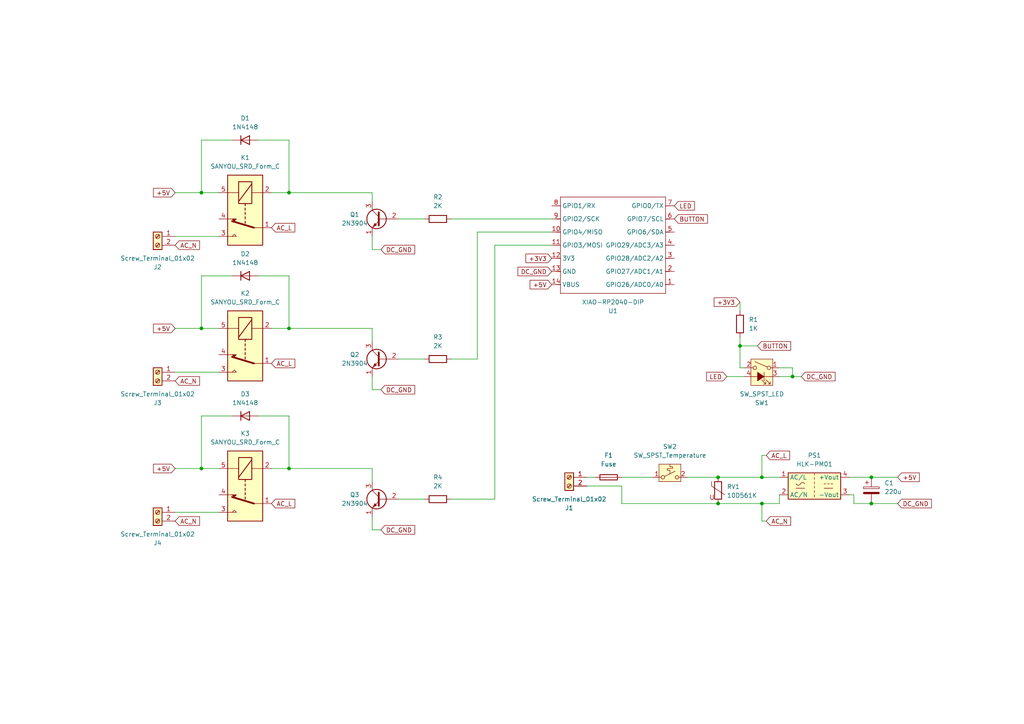
<source format=kicad_sch>
(kicad_sch (version 20250114) (generator "eeschema") (generator_version "9.0")
  (paper "A4")
  (title_block (title "pseq") (date "2025-10-02") (rev "A"))
  (lib_symbols
    (symbol "Connector:Screw_Terminal_01x02" (pin_names (offset 1.016) (hide yes))
      (property "Reference" "J" (at 0 2.54 0))
      (property "Value" "Screw_Terminal_01x02" (at 0 -5.08 0))
      (symbol "Screw_Terminal_01x02_1_1"
        (rectangle (start -1.27 1.27) (end 1.27 -3.81) (stroke (width 0.254)) (fill (type background)))
        (polyline (pts (xy -0.5334 0.3302) (xy 0.3302 -0.508)) (stroke (width 0.1524)))
        (polyline (pts (xy -0.5334 -2.2098) (xy 0.3302 -3.048)) (stroke (width 0.1524)))
        (polyline (pts (xy -0.3556 0.508) (xy 0.508 -0.3302)) (stroke (width 0.1524)))
        (polyline (pts (xy -0.3556 -2.032) (xy 0.508 -2.8702)) (stroke (width 0.1524)))
        (circle (center 0 0) (radius 0.635) (stroke (width 0.1524)))
        (circle (center 0 -2.54) (radius 0.635) (stroke (width 0.1524)))
        (pin passive line (at -5.08 0 0) (length 3.81) (name "Pin_1") (number "1"))
        (pin passive line (at -5.08 -2.54 0) (length 3.81) (name "Pin_2") (number "2"))
      )
    )
    (symbol "Converter_ACDC:HLK-PM01"
      (property "Reference" "PS" (at 0 5.08 0))
      (property "Value" "HLK-PM01" (at 0 -5.08 0))
      (symbol "HLK-PM01_0_1"
        (rectangle (start -7.62 3.81) (end 7.62 -3.81) (stroke (width 0.254)) (fill (type background)))
        (polyline (pts (xy -5.334 -0.635) (xy -2.794 -0.635)))
        (arc (start -4.064 0.635) (mid -4.699 0.2495) (end -5.334 0.635))
        (arc (start -4.064 0.635) (mid -3.429 1.0072) (end -2.794 0.635))
        (polyline (pts (xy 0 3.81) (xy 0 3.175)))
        (polyline (pts (xy 0 2.54) (xy 0 1.905)))
        (polyline (pts (xy 0 1.27) (xy 0 0.635)))
        (polyline (pts (xy 0 0) (xy 0 -0.635)))
        (polyline (pts (xy 0 -1.27) (xy 0 -1.905)))
        (polyline (pts (xy 0 -2.54) (xy 0 -3.175)))
        (polyline (pts (xy 2.794 0.635) (xy 3.302 0.635)))
        (polyline (pts (xy 2.794 -0.635) (xy 5.334 -0.635)))
        (polyline (pts (xy 3.81 0.635) (xy 4.318 0.635)))
        (polyline (pts (xy 4.826 0.635) (xy 5.334 0.635)))
      )
      (symbol "HLK-PM01_1_1"
        (pin power_in line (at -10.16 2.54 0) (length 2.54) (name "AC/L") (number "1"))
        (pin power_in line (at -10.16 -2.54 0) (length 2.54) (name "AC/N") (number "2"))
        (pin power_out line (at 10.16 2.54 180) (length 2.54) (name "+Vout") (number "4"))
        (pin power_out line (at 10.16 -2.54 180) (length 2.54) (name "-Vout") (number "3"))
      )
    )
    (symbol "Device:C_Polarized" (pin_numbers (hide yes)) (pin_names (offset 0.254))
      (property "Reference" "C" (at 0.635 2.54 0))
      (property "Value" "C_Polarized" (at 0.635 -2.54 0))
      (symbol "C_Polarized_0_1"
        (rectangle (start -2.286 0.508) (end 2.286 1.016))
        (polyline (pts (xy -1.778 2.286) (xy -0.762 2.286)))
        (polyline (pts (xy -1.27 2.794) (xy -1.27 1.778)))
        (rectangle (start 2.286 -0.508) (end -2.286 -1.016) (fill (type outline)))
      )
      (symbol "C_Polarized_1_1"
        (pin passive line (at 0 3.81 270) (length 2.794) (name "~") (number "1"))
        (pin passive line (at 0 -3.81 90) (length 2.794) (name "~") (number "2"))
      )
    )
    (symbol "Device:Fuse" (pin_numbers (hide yes)) (pin_names (offset 0))
      (property "Reference" "F" (at 2.032 0 90))
      (property "Value" "Fuse" (at -1.905 0 90))
      (symbol "Fuse_0_1"
        (rectangle (start -0.762 -2.54) (end 0.762 2.54) (stroke (width 0.254)))
        (polyline (pts (xy 0 2.54) (xy 0 -2.54)))
      )
      (symbol "Fuse_1_1"
        (pin passive line (at 0 3.81 270) (length 1.27) (name "~") (number "1"))
        (pin passive line (at 0 -3.81 90) (length 1.27) (name "~") (number "2"))
      )
    )
    (symbol "Device:R" (pin_numbers (hide yes)) (pin_names (offset 0))
      (property "Reference" "R" (at 2.032 0 90))
      (property "Value" "R" (at 0 0 90))
      (symbol "R_0_1"
        (rectangle (start -1.016 -2.54) (end 1.016 2.54) (stroke (width 0.254)))
      )
      (symbol "R_1_1"
        (pin passive line (at 0 3.81 270) (length 1.27) (name "~") (number "1"))
        (pin passive line (at 0 -3.81 90) (length 1.27) (name "~") (number "2"))
      )
    )
    (symbol "Device:Varistor" (pin_numbers (hide yes)) (pin_names (offset 0))
      (property "Reference" "RV" (at 3.175 0 90))
      (property "Value" "Varistor" (at -3.175 0 90))
      (symbol "Varistor_0_0"
        (text "U" (at -1.778 -2.032 0) (effects (font (size 1.27 1.27))))
      )
      (symbol "Varistor_0_1"
        (polyline (pts (xy -1.905 2.54) (xy -1.905 1.27) (xy 1.905 -1.27)))
        (rectangle (start -1.016 -2.54) (end 1.016 2.54) (stroke (width 0.254)))
      )
      (symbol "Varistor_1_1"
        (pin passive line (at 0 3.81 270) (length 1.27) (name "~") (number "1"))
        (pin passive line (at 0 -3.81 90) (length 1.27) (name "~") (number "2"))
      )
    )
    (symbol "Diode:1N4148" (pin_numbers (hide yes)) (pin_names (hide yes))
      (property "Reference" "D" (at 0 2.54 0))
      (property "Value" "1N4148" (at 0 -2.54 0))
      (symbol "1N4148_0_1"
        (polyline (pts (xy -1.27 1.27) (xy -1.27 -1.27)) (stroke (width 0.254)))
        (polyline (pts (xy 1.27 1.27) (xy 1.27 -1.27) (xy -1.27 0) (xy 1.27 1.27)) (stroke (width 0.254)))
        (polyline (pts (xy 1.27 0) (xy -1.27 0)))
      )
      (symbol "1N4148_1_1"
        (pin passive line (at -3.81 0 0) (length 2.54) (name "K") (number "1"))
        (pin passive line (at 3.81 0 180) (length 2.54) (name "A") (number "2"))
      )
    )
    (symbol "Relay:SANYOU_SRD_Form_C"
      (property "Reference" "K" (at 11.43 3.81 0))
      (property "Value" "SANYOU_SRD_Form_C" (at 11.43 1.27 0))
      (symbol "SANYOU_SRD_Form_C_0_0"
        (polyline (pts (xy 7.62 5.08) (xy 7.62 2.54) (xy 6.985 3.175) (xy 7.62 3.81)))
      )
      (symbol "SANYOU_SRD_Form_C_0_1"
        (rectangle (start -10.16 5.08) (end 10.16 -5.08) (stroke (width 0.254)) (fill (type background)))
        (rectangle (start -8.255 1.905) (end -1.905 -1.905) (stroke (width 0.254)))
        (polyline (pts (xy -7.62 -1.905) (xy -2.54 1.905)) (stroke (width 0.254)))
        (polyline (pts (xy -5.08 5.08) (xy -5.08 1.905)))
        (polyline (pts (xy -5.08 -5.08) (xy -5.08 -1.905)))
        (polyline (pts (xy -1.905 0) (xy -1.27 0)) (stroke (width 0.254)))
        (polyline (pts (xy -0.635 0) (xy 0 0)) (stroke (width 0.254)))
        (polyline (pts (xy 0.635 0) (xy 1.27 0)) (stroke (width 0.254)))
        (polyline (pts (xy 1.905 0) (xy 2.54 0)) (stroke (width 0.254)))
        (polyline (pts (xy 3.175 0) (xy 3.81 0)) (stroke (width 0.254)))
        (polyline (pts (xy 5.08 -2.54) (xy 3.175 3.81)) (stroke (width 0.508)))
        (polyline (pts (xy 5.08 -2.54) (xy 5.08 -5.08)))
      )
      (symbol "SANYOU_SRD_Form_C_1_1"
        (polyline (pts (xy 2.54 3.81) (xy 3.175 3.175) (xy 2.54 2.54) (xy 2.54 5.08)) (fill (type outline)))
        (pin passive line (at -5.08 7.62 270) (length 2.54) (name "~") (number "5"))
        (pin passive line (at -5.08 -7.62 90) (length 2.54) (name "~") (number "2"))
        (pin passive line (at 2.54 7.62 270) (length 2.54) (name "~") (number "4"))
        (pin passive line (at 5.08 -7.62 90) (length 2.54) (name "~") (number "1"))
        (pin passive line (at 7.62 7.62 270) (length 2.54) (name "~") (number "3"))
      )
    )
    (symbol "Seeed modules:XIAO-RP2040-DIP"
      (property "Reference" "U" (at 0 0 0))
      (property "Value" "XIAO-RP2040-DIP" (at 5.334 -1.778 0))
      (symbol "XIAO-RP2040-DIP_1_0"
        (polyline (pts (xy -1.27 -2.54) (xy 29.21 -2.54)) (stroke (width 0.1524)))
        (polyline (pts (xy -1.27 -5.08) (xy -2.54 -5.08)) (stroke (width 0.1524)))
        (polyline (pts (xy -1.27 -5.08) (xy -1.27 -2.54)) (stroke (width 0.1524)))
        (polyline (pts (xy -1.27 -8.89) (xy -2.54 -8.89)) (stroke (width 0.1524)))
        (polyline (pts (xy -1.27 -8.89) (xy -1.27 -5.08)) (stroke (width 0.1524)))
        (polyline (pts (xy -1.27 -12.7) (xy -2.54 -12.7)) (stroke (width 0.1524)))
        (polyline (pts (xy -1.27 -12.7) (xy -1.27 -8.89)) (stroke (width 0.1524)))
        (polyline (pts (xy -1.27 -16.51) (xy -2.54 -16.51)) (stroke (width 0.1524)))
        (polyline (pts (xy -1.27 -16.51) (xy -1.27 -12.7)) (stroke (width 0.1524)))
        (polyline (pts (xy -1.27 -20.32) (xy -2.54 -20.32)) (stroke (width 0.1524)))
        (polyline (pts (xy -1.27 -24.13) (xy -2.54 -24.13)) (stroke (width 0.1524)))
        (polyline (pts (xy -1.27 -27.94) (xy -2.54 -27.94)) (stroke (width 0.1524)))
        (polyline (pts (xy -1.27 -30.48) (xy -1.27 -16.51)) (stroke (width 0.1524)))
        (polyline (pts (xy 29.21 -2.54) (xy 29.21 -5.08)) (stroke (width 0.1524)))
        (polyline (pts (xy 29.21 -5.08) (xy 29.21 -8.89)) (stroke (width 0.1524)))
        (polyline (pts (xy 29.21 -8.89) (xy 29.21 -12.7)) (stroke (width 0.1524)))
        (polyline (pts (xy 29.21 -12.7) (xy 29.21 -30.48)) (stroke (width 0.1524)))
        (polyline (pts (xy 29.21 -30.48) (xy -1.27 -30.48)) (stroke (width 0.1524)))
        (polyline (pts (xy 30.48 -5.08) (xy 29.21 -5.08)) (stroke (width 0.1524)))
        (polyline (pts (xy 30.48 -8.89) (xy 29.21 -8.89)) (stroke (width 0.1524)))
        (polyline (pts (xy 30.48 -12.7) (xy 29.21 -12.7)) (stroke (width 0.1524)))
        (polyline (pts (xy 30.48 -16.51) (xy 29.21 -16.51)) (stroke (width 0.1524)))
        (polyline (pts (xy 30.48 -20.32) (xy 29.21 -20.32)) (stroke (width 0.1524)))
        (polyline (pts (xy 30.48 -24.13) (xy 29.21 -24.13)) (stroke (width 0.1524)))
        (polyline (pts (xy 30.48 -27.94) (xy 29.21 -27.94)) (stroke (width 0.1524)))
        (pin passive line (at -3.81 -5.08 0) (length 2.54) (name "GPIO26/ADC0/A0") (number "1"))
        (pin passive line (at -3.81 -8.89 0) (length 2.54) (name "GPIO27/ADC1/A1") (number "2"))
        (pin passive line (at -3.81 -12.7 0) (length 2.54) (name "GPIO28/ADC2/A2") (number "3"))
        (pin passive line (at -3.81 -16.51 0) (length 2.54) (name "GPIO29/ADC3/A3") (number "4"))
        (pin passive line (at -3.81 -20.32 0) (length 2.54) (name "GPIO6/SDA") (number "5"))
        (pin passive line (at -3.81 -24.13 0) (length 2.54) (name "GPIO7/SCL") (number "6"))
        (pin passive line (at -3.81 -27.94 0) (length 2.54) (name "GPIO0/TX") (number "7"))
        (pin passive line (at 31.75 -5.08 180) (length 2.54) (name "VBUS") (number "14"))
        (pin passive line (at 31.75 -8.89 180) (length 2.54) (name "GND") (number "13"))
        (pin passive line (at 31.75 -12.7 180) (length 2.54) (name "3V3") (number "12"))
        (pin passive line (at 31.75 -16.51 180) (length 2.54) (name "GPIO3/MOSI") (number "11"))
        (pin passive line (at 31.75 -20.32 180) (length 2.54) (name "GPIO4/MISO") (number "10"))
        (pin passive line (at 31.75 -24.13 180) (length 2.54) (name "GPIO2/SCK") (number "9"))
        (pin passive line (at 31.75 -27.94 180) (length 2.54) (name "GPIO1/RX") (number "8"))
      )
    )
    (symbol "Switch:SW_SPST_LED" (pin_names (offset 1.016) (hide yes))
      (property "Reference" "SW" (at 0 6.35 0))
      (property "Value" "SW_SPST_LED" (at 0 -3.81 0))
      (symbol "SW_SPST_LED_0_0"
        (polyline (pts (xy -2.54 0) (xy 2.54 0)))
        (polyline (pts (xy -2.413 -1.524) (xy -2.413 -2.159) (xy -1.778 -2.159)))
        (polyline (pts (xy -2.413 -2.159) (xy -1.143 -0.889)))
        (polyline (pts (xy -1.143 -1.524) (xy -1.143 -2.159) (xy -0.508 -2.159)))
        (polyline (pts (xy -1.143 -2.159) (xy 0.127 -0.889)))
        (polyline (pts (xy -0.635 1.27) (xy -0.635 -1.27)))
        (polyline (pts (xy -0.635 0) (xy 1.27 1.27) (xy 1.27 -1.27) (xy -0.635 0)) (fill (type outline)))
      )
      (symbol "SW_SPST_LED_0_1"
        (circle (center -2.032 2.54) (radius 0.508))
        (polyline (pts (xy -1.524 2.794) (xy 2.032 4.318)))
        (circle (center 2.032 2.54) (radius 0.508))
        (pin passive line (at -5.08 2.54 0) (length 2.54) (name "1") (number "1"))
        (pin passive line (at -5.08 0 0) (length 2.54) (name "K") (number "3"))
        (pin passive line (at 5.08 2.54 180) (length 2.54) (name "2") (number "2"))
        (pin passive line (at 5.08 0 180) (length 2.54) (name "A") (number "4"))
      )
      (symbol "SW_SPST_LED_1_1"
        (rectangle (start -3.175 5.08) (end 3.175 -2.54) (fill (type background)))
      )
    )
    (symbol "Switch:SW_SPST_Temperature" (pin_names (offset 0) (hide yes))
      (property "Reference" "SW" (at 0 5.08 0))
      (property "Value" "SW_SPST_Temperature" (at 0 -2.54 0))
      (symbol "SW_SPST_Temperature_0_0"
        (circle (center -2.032 0) (radius 0.508))
        (polyline (pts (xy -1.524 0.254) (xy 1.524 1.778)))
        (polyline (pts (xy 0 1.016) (xy 0 2.032) (xy -0.762 2.032) (xy -0.762 2.54) (xy 0.762 2.54) (xy 0.762 3.048) (xy 0 3.048) (xy 0 3.81)))
        (circle (center 2.032 0) (radius 0.508))
      )
      (symbol "SW_SPST_Temperature_1_1"
        (rectangle (start -3.175 3.81) (end 3.175 -1.27) (fill (type background)))
        (pin passive line (at -5.08 0 0) (length 2.54) (name "A") (number "1"))
        (pin passive line (at 5.08 0 180) (length 2.54) (name "B") (number "2"))
      )
    )
    (symbol "Transistor_BJT:2N3904" (pin_names (offset 0) (hide yes))
      (property "Reference" "Q" (at 5.08 1.905 0))
      (property "Value" "2N3904" (at 5.08 0 0))
      (symbol "2N3904_0_1"
        (polyline (pts (xy -2.54 0) (xy 0.635 0)))
        (polyline (pts (xy 0.635 1.905) (xy 0.635 -1.905)) (stroke (width 0.508)))
        (circle (center 1.27 0) (radius 2.8194) (stroke (width 0.254)))
      )
      (symbol "2N3904_1_1"
        (polyline (pts (xy 0.635 0.635) (xy 2.54 2.54)))
        (polyline (pts (xy 0.635 -0.635) (xy 2.54 -2.54)))
        (polyline (pts (xy 1.27 -1.778) (xy 1.778 -1.27) (xy 2.286 -2.286) (xy 1.27 -1.778)) (fill (type outline)))
        (pin input line (at -5.08 0 0) (length 2.54) (name "B") (number "2"))
        (pin passive line (at 2.54 5.08 270) (length 2.54) (name "C") (number "3"))
        (pin passive line (at 2.54 -5.08 90) (length 2.54) (name "E") (number "1"))
      )
    )
  )
  (junction (at 214.63 100.33))
  (junction (at 83.82 95.25))
  (junction (at 83.82 135.89))
  (junction (at 229.87 109.22))
  (junction (at 208.28 138.43))
  (junction (at 220.98 146.05))
  (junction (at 252.73 138.43))
  (junction (at 252.73 146.05))
  (junction (at 83.82 55.88))
  (junction (at 208.28 146.05))
  (junction (at 58.42 95.25))
  (junction (at 220.98 138.43))
  (junction (at 58.42 55.88))
  (junction (at 58.42 135.89))
  (wire (pts (xy 247.65 146.05) (xy 247.65 143.51)))
  (wire (pts (xy 115.57 104.14) (xy 123.19 104.14)))
  (wire (pts (xy 214.63 100.33) (xy 214.63 106.68)))
  (wire (pts (xy 214.63 90.17) (xy 214.63 87.63)))
  (wire (pts (xy 180.34 146.05) (xy 208.28 146.05)))
  (wire (pts (xy 220.98 138.43) (xy 226.06 138.43)))
  (wire (pts (xy 247.65 143.51) (xy 246.38 143.51)))
  (wire (pts (xy 58.42 80.01) (xy 58.42 95.25)))
  (wire (pts (xy 138.43 67.31) (xy 138.43 104.14)))
  (wire (pts (xy 74.93 40.64) (xy 83.82 40.64)))
  (wire (pts (xy 83.82 40.64) (xy 83.82 55.88)))
  (wire (pts (xy 50.8 95.25) (xy 58.42 95.25)))
  (wire (pts (xy 229.87 106.68) (xy 229.87 109.22)))
  (wire (pts (xy 252.73 146.05) (xy 260.35 146.05)))
  (wire (pts (xy 138.43 104.14) (xy 130.81 104.14)))
  (wire (pts (xy 83.82 120.65) (xy 83.82 135.89)))
  (wire (pts (xy 214.63 97.79) (xy 214.63 100.33)))
  (wire (pts (xy 74.93 120.65) (xy 83.82 120.65)))
  (wire (pts (xy 210.82 109.22) (xy 215.9 109.22)))
  (wire (pts (xy 138.43 67.31) (xy 160.02 67.31)))
  (wire (pts (xy 74.93 80.01) (xy 83.82 80.01)))
  (wire (pts (xy 58.42 95.25) (xy 63.5 95.25)))
  (wire (pts (xy 199.39 138.43) (xy 208.28 138.43)))
  (wire (pts (xy 83.82 135.89) (xy 107.95 135.89)))
  (wire (pts (xy 220.98 146.05) (xy 226.06 146.05)))
  (wire (pts (xy 50.8 107.95) (xy 63.5 107.95)))
  (wire (pts (xy 50.8 135.89) (xy 58.42 135.89)))
  (wire (pts (xy 252.73 146.05) (xy 247.65 146.05)))
  (wire (pts (xy 180.34 140.97) (xy 170.18 140.97)))
  (wire (pts (xy 143.51 71.12) (xy 160.02 71.12)))
  (wire (pts (xy 107.95 113.03) (xy 110.49 113.03)))
  (wire (pts (xy 208.28 146.05) (xy 220.98 146.05)))
  (wire (pts (xy 107.95 72.39) (xy 110.49 72.39)))
  (wire (pts (xy 50.8 55.88) (xy 58.42 55.88)))
  (wire (pts (xy 226.06 106.68) (xy 229.87 106.68)))
  (wire (pts (xy 107.95 95.25) (xy 107.95 99.06)))
  (wire (pts (xy 107.95 109.22) (xy 107.95 113.03)))
  (wire (pts (xy 180.34 138.43) (xy 189.23 138.43)))
  (wire (pts (xy 222.25 132.08) (xy 220.98 132.08)))
  (wire (pts (xy 107.95 149.86) (xy 107.95 153.67)))
  (wire (pts (xy 180.34 146.05) (xy 180.34 140.97)))
  (wire (pts (xy 115.57 63.5) (xy 123.19 63.5)))
  (wire (pts (xy 67.31 120.65) (xy 58.42 120.65)))
  (wire (pts (xy 58.42 120.65) (xy 58.42 135.89)))
  (wire (pts (xy 130.81 63.5) (xy 160.02 63.5)))
  (wire (pts (xy 107.95 68.58) (xy 107.95 72.39)))
  (wire (pts (xy 67.31 40.64) (xy 58.42 40.64)))
  (wire (pts (xy 229.87 109.22) (xy 232.41 109.22)))
  (wire (pts (xy 222.25 151.13) (xy 220.98 151.13)))
  (wire (pts (xy 107.95 55.88) (xy 107.95 58.42)))
  (wire (pts (xy 226.06 109.22) (xy 229.87 109.22)))
  (wire (pts (xy 226.06 146.05) (xy 226.06 143.51)))
  (wire (pts (xy 58.42 40.64) (xy 58.42 55.88)))
  (wire (pts (xy 107.95 153.67) (xy 110.49 153.67)))
  (wire (pts (xy 50.8 148.59) (xy 63.5 148.59)))
  (wire (pts (xy 78.74 135.89) (xy 83.82 135.89)))
  (wire (pts (xy 214.63 100.33) (xy 219.71 100.33)))
  (wire (pts (xy 170.18 138.43) (xy 172.72 138.43)))
  (wire (pts (xy 78.74 95.25) (xy 83.82 95.25)))
  (wire (pts (xy 50.8 68.58) (xy 63.5 68.58)))
  (wire (pts (xy 214.63 106.68) (xy 215.9 106.68)))
  (wire (pts (xy 78.74 55.88) (xy 83.82 55.88)))
  (wire (pts (xy 83.82 95.25) (xy 107.95 95.25)))
  (wire (pts (xy 115.57 144.78) (xy 123.19 144.78)))
  (wire (pts (xy 143.51 71.12) (xy 143.51 144.78)))
  (wire (pts (xy 220.98 151.13) (xy 220.98 146.05)))
  (wire (pts (xy 83.82 80.01) (xy 83.82 95.25)))
  (wire (pts (xy 58.42 135.89) (xy 63.5 135.89)))
  (wire (pts (xy 67.31 80.01) (xy 58.42 80.01)))
  (wire (pts (xy 83.82 55.88) (xy 107.95 55.88)))
  (wire (pts (xy 246.38 138.43) (xy 252.73 138.43)))
  (wire (pts (xy 220.98 132.08) (xy 220.98 138.43)))
  (wire (pts (xy 252.73 138.43) (xy 260.35 138.43)))
  (wire (pts (xy 58.42 55.88) (xy 63.5 55.88)))
  (wire (pts (xy 107.95 135.89) (xy 107.95 139.7)))
  (wire (pts (xy 208.28 138.43) (xy 220.98 138.43)))
  (wire (pts (xy 143.51 144.78) (xy 130.81 144.78)))
  (global_label "DC_GND" (shape input) (at 160.02 78.74 180) (property "Intersheetrefs" "${INTERSHEET_REFS}" (effects (hide yes))))
  (global_label "DC_GND" (shape input) (at 110.49 153.67 0) (property "Intersheetrefs" "${INTERSHEET_REFS}" (effects (hide yes))))
  (global_label "+3V3" (shape input) (at 160.02 74.93 180) (property "Intersheetrefs" "${INTERSHEET_REFS}" (effects (hide yes))))
  (global_label "+5V" (shape input) (at 260.35 138.43 0) (property "Intersheetrefs" "${INTERSHEET_REFS}" (effects (hide yes))))
  (global_label "AC_N" (shape input) (at 50.8 110.49 0) (property "Intersheetrefs" "${INTERSHEET_REFS}" (effects (hide yes))))
  (global_label "AC_N" (shape input) (at 50.8 151.13 0) (property "Intersheetrefs" "${INTERSHEET_REFS}" (effects (hide yes))))
  (global_label "+3V3" (shape input) (at 214.63 87.63 180) (property "Intersheetrefs" "${INTERSHEET_REFS}" (effects (hide yes))))
  (global_label "LED" (shape input) (at 210.82 109.22 180) (property "Intersheetrefs" "${INTERSHEET_REFS}" (effects (hide yes))))
  (global_label "DC_GND" (shape input) (at 110.49 113.03 0) (property "Intersheetrefs" "${INTERSHEET_REFS}" (effects (hide yes))))
  (global_label "AC_L" (shape input) (at 222.25 132.08 0) (property "Intersheetrefs" "${INTERSHEET_REFS}" (effects (hide yes))))
  (global_label "BUTTON" (shape input) (at 219.71 100.33 0) (property "Intersheetrefs" "${INTERSHEET_REFS}" (effects (hide yes))))
  (global_label "AC_L" (shape input) (at 78.74 105.41 0) (property "Intersheetrefs" "${INTERSHEET_REFS}" (effects (hide yes))))
  (global_label "AC_L" (shape input) (at 78.74 146.05 0) (property "Intersheetrefs" "${INTERSHEET_REFS}" (effects (hide yes))))
  (global_label "+5V" (shape input) (at 50.8 55.88 180) (property "Intersheetrefs" "${INTERSHEET_REFS}" (effects (hide yes))))
  (global_label "AC_N" (shape input) (at 50.8 71.12 0) (property "Intersheetrefs" "${INTERSHEET_REFS}" (effects (hide yes))))
  (global_label "DC_GND" (shape input) (at 232.41 109.22 0) (property "Intersheetrefs" "${INTERSHEET_REFS}" (effects (hide yes))))
  (global_label "+5V" (shape input) (at 160.02 82.55 180) (property "Intersheetrefs" "${INTERSHEET_REFS}" (effects (hide yes))))
  (global_label "AC_L" (shape input) (at 78.74 66.04 0) (property "Intersheetrefs" "${INTERSHEET_REFS}" (effects (hide yes))))
  (global_label "+5V" (shape input) (at 50.8 95.25 180) (property "Intersheetrefs" "${INTERSHEET_REFS}" (effects (hide yes))))
  (global_label "BUTTON" (shape input) (at 195.58 63.5 0) (property "Intersheetrefs" "${INTERSHEET_REFS}" (effects (hide yes))))
  (global_label "LED" (shape input) (at 195.58 59.69 0) (property "Intersheetrefs" "${INTERSHEET_REFS}" (effects (hide yes))))
  (global_label "AC_N" (shape input) (at 222.25 151.13 0) (property "Intersheetrefs" "${INTERSHEET_REFS}" (effects (hide yes))))
  (global_label "DC_GND" (shape input) (at 260.35 146.05 0) (property "Intersheetrefs" "${INTERSHEET_REFS}" (effects (hide yes))))
  (global_label "+5V" (shape input) (at 50.8 135.89 180) (property "Intersheetrefs" "${INTERSHEET_REFS}" (effects (hide yes))))
  (global_label "DC_GND" (shape input) (at 110.49 72.39 0) (property "Intersheetrefs" "${INTERSHEET_REFS}" (effects (hide yes))))
  (symbol (lib_id "Seeed modules:XIAO-RP2040-DIP") (at 191.77 87.63 180) (unit 1)
    (property "Reference" "U1" (at 177.8 90.17 0))
    (property "Value" "XIAO-RP2040-DIP" (at 177.8 87.63 0))
    (property "Footprint" "Seeed module footprints:XIAO-RP2040-DIP" (effects (hide yes)))
  )
  (symbol (lib_id "Connector:Screw_Terminal_01x02") (at 45.72 107.95 0) (mirror y) (unit 1)
    (property "Reference" "J3" (at 45.72 116.84 0))
    (property "Value" "Screw_Terminal_01x02" (at 45.72 114.3 0))
    (property "Footprint" "custom:KF8500_2p" (effects (hide yes)))
    (property "Description" "Generic screw terminal, single row, 01x02, script generated (kicad-library-utils/schlib/autogen/connector/)" (effects (hide yes)))
  )
  (symbol (lib_id "Diode:1N4148") (at 71.12 120.65 0) (unit 1)
    (property "Reference" "D3" (at 71.12 114.3 0))
    (property "Value" "1N4148" (at 71.12 116.84 0))
    (property "Footprint" "Diode_THT:D_DO-35_SOD27_P7.62mm_Horizontal" (effects (hide yes)))
    (property "Datasheet" "https://assets.nexperia.com/documents/data-sheet/1N4148_1N4448.pdf" (effects (hide yes)))
    (property "Description" "100V 0.15A standard switching diode, DO-35" (effects (hide yes)))
    (property "Sim.Device" "D" (effects (hide yes)))
    (property "Sim.Pins" "1=K 2=A" (effects (hide yes)))
  )
  (symbol (lib_id "Switch:SW_SPST_LED") (at 220.98 109.22 0) (mirror y) (unit 1)
    (property "Reference" "SW1" (at 220.98 116.84 0))
    (property "Value" "SW_SPST_LED" (at 220.98 114.3 0))
    (property "Footprint" "Connector_PinSocket_2.54mm:PinSocket_1x04_P2.54mm_Vertical" (effects (hide yes)))
    (property "Description" "Single Pole Single Throw (SPST) switch with LED, generic" (effects (hide yes)))
  )
  (symbol (lib_id "Connector:Screw_Terminal_01x02") (at 165.1 138.43 0) (mirror y) (unit 1)
    (property "Reference" "J1" (at 165.1 147.32 0))
    (property "Value" "Screw_Terminal_01x02" (at 165.1 144.78 0))
    (property "Footprint" "custom:KF8500_2p" (effects (hide yes)))
    (property "Description" "Generic screw terminal, single row, 01x02, script generated (kicad-library-utils/schlib/autogen/connector/)" (effects (hide yes)))
  )
  (symbol (lib_id "Switch:SW_SPST_Temperature") (at 194.31 138.43 0) (unit 1)
    (property "Reference" "SW2" (at 194.31 129.54 0))
    (property "Value" "SW_SPST_Temperature" (at 194.31 132.08 0))
    (property "Footprint" "custom:230v_2x" (effects (hide yes)))
    (property "Description" "Single Pole Single Throw (SPST) switch, temperature dependent" (effects (hide yes)))
  )
  (symbol (lib_id "Relay:SANYOU_SRD_Form_C") (at 71.12 60.96 90) (mirror x) (unit 1)
    (property "Reference" "K1" (at 71.12 45.72 90))
    (property "Value" "SANYOU_SRD_Form_C" (at 71.12 48.26 90))
    (property "Footprint" "Relay_THT:Relay_SPDT_SANYOU_SRD_Series_Form_C" (effects (hide yes)))
    (property "Datasheet" "http://www.sanyourelay.ca/public/products/pdf/SRD.pdf" (effects (hide yes)))
    (property "Description" "Sanyo SRD relay, Single Pole Miniature Power Relay," (effects (hide yes)))
  )
  (symbol (lib_id "Transistor_BJT:2N3904") (at 110.49 144.78 0) (mirror y) (unit 1)
    (property "Reference" "Q3" (at 102.87 143.51 0))
    (property "Value" "2N3904" (at 102.87 146.05 0))
    (property "Footprint" "Package_TO_SOT_THT:TO-92_Inline" (effects (hide yes)))
    (property "Datasheet" "https://www.onsemi.com/pub/Collateral/2N3903-D.PDF" (effects (hide yes)))
    (property "Description" "0.2A Ic, 40V Vce, Small Signal NPN Transistor, TO-92" (effects (hide yes)))
  )
  (symbol (lib_id "Diode:1N4148") (at 71.12 80.01 0) (unit 1)
    (property "Reference" "D2" (at 71.12 73.66 0))
    (property "Value" "1N4148" (at 71.12 76.2 0))
    (property "Footprint" "Diode_THT:D_DO-35_SOD27_P7.62mm_Horizontal" (effects (hide yes)))
    (property "Datasheet" "https://assets.nexperia.com/documents/data-sheet/1N4148_1N4448.pdf" (effects (hide yes)))
    (property "Description" "100V 0.15A standard switching diode, DO-35" (effects (hide yes)))
    (property "Sim.Device" "D" (effects (hide yes)))
    (property "Sim.Pins" "1=K 2=A" (effects (hide yes)))
  )
  (symbol (lib_id "Device:Fuse") (at 176.53 138.43 90) (unit 1)
    (property "Reference" "F1" (at 176.53 132.08 90))
    (property "Value" "Fuse" (at 176.53 134.62 90))
    (property "Footprint" "custom:230v_2x" (effects (hide yes)))
    (property "Description" "Fuse" (effects (hide yes)))
  )
  (symbol (lib_id "Device:Varistor") (at 208.28 142.24 0) (unit 1)
    (property "Reference" "RV1" (at 210.82 141.1632 0) (effects (justify left)))
    (property "Value" "10D561K" (at 210.82 143.7032 0) (effects (justify left)))
    (property "Footprint" "custom:10D561K" (effects (hide yes)))
    (property "Description" "Voltage dependent resistor" (effects (hide yes)))
    (property "Sim.Name" "kicad_builtin_varistor" (effects (hide yes)))
    (property "Sim.Device" "SUBCKT" (effects (hide yes)))
    (property "Sim.Pins" "1=A 2=B" (effects (hide yes)))
    (property "Sim.Params" "threshold=1k" (effects (hide yes)))
    (property "Sim.Library" "${KICAD9_SYMBOL_DIR}/Simulation_SPICE.sp" (effects (hide yes)))
  )
  (symbol (lib_id "Transistor_BJT:2N3904") (at 110.49 104.14 0) (mirror y) (unit 1)
    (property "Reference" "Q2" (at 102.87 102.87 0))
    (property "Value" "2N3904" (at 102.87 105.41 0))
    (property "Footprint" "Package_TO_SOT_THT:TO-92_Inline" (effects (hide yes)))
    (property "Datasheet" "https://www.onsemi.com/pub/Collateral/2N3903-D.PDF" (effects (hide yes)))
    (property "Description" "0.2A Ic, 40V Vce, Small Signal NPN Transistor, TO-92" (effects (hide yes)))
  )
  (symbol (lib_id "Relay:SANYOU_SRD_Form_C") (at 71.12 100.33 90) (mirror x) (unit 1)
    (property "Reference" "K2" (at 71.12 85.09 90))
    (property "Value" "SANYOU_SRD_Form_C" (at 71.12 87.63 90))
    (property "Footprint" "Relay_THT:Relay_SPDT_SANYOU_SRD_Series_Form_C" (effects (hide yes)))
    (property "Datasheet" "http://www.sanyourelay.ca/public/products/pdf/SRD.pdf" (effects (hide yes)))
    (property "Description" "Sanyo SRD relay, Single Pole Miniature Power Relay," (effects (hide yes)))
  )
  (symbol (lib_id "Device:R") (at 127 63.5 90) (unit 1)
    (property "Reference" "R2" (at 127 57.15 90))
    (property "Value" "2K" (at 127 59.69 90))
    (property "Footprint" "Resistor_THT:R_Axial_DIN0207_L6.3mm_D2.5mm_P10.16mm_Horizontal" (effects (hide yes)))
    (property "Description" "Resistor" (effects (hide yes)))
  )
  (symbol (lib_id "Diode:1N4148") (at 71.12 40.64 0) (unit 1)
    (property "Reference" "D1" (at 71.12 34.29 0))
    (property "Value" "1N4148" (at 71.12 36.83 0))
    (property "Footprint" "Diode_THT:D_DO-35_SOD27_P7.62mm_Horizontal" (effects (hide yes)))
    (property "Datasheet" "https://assets.nexperia.com/documents/data-sheet/1N4148_1N4448.pdf" (effects (hide yes)))
    (property "Description" "100V 0.15A standard switching diode, DO-35" (effects (hide yes)))
    (property "Sim.Device" "D" (effects (hide yes)))
    (property "Sim.Pins" "1=K 2=A" (effects (hide yes)))
  )
  (symbol (lib_id "Device:C_Polarized") (at 252.73 142.24 0) (unit 1)
    (property "Reference" "C1" (at 256.54 140.0809 0) (effects (justify left)))
    (property "Value" "220u" (at 256.54 142.6209 0) (effects (justify left)))
    (property "Footprint" "Capacitor_THT:CP_Radial_D5.0mm_P2.00mm" (effects (hide yes)))
    (property "Description" "Polarized capacitor" (effects (hide yes)))
  )
  (symbol (lib_id "Device:R") (at 214.63 93.98 180) (unit 1)
    (property "Reference" "R1" (at 217.17 92.7099 0) (effects (justify right)))
    (property "Value" "1K" (at 217.17 95.2499 0) (effects (justify right)))
    (property "Footprint" "Resistor_THT:R_Axial_DIN0207_L6.3mm_D2.5mm_P10.16mm_Horizontal" (effects (hide yes)))
    (property "Description" "Resistor" (effects (hide yes)))
  )
  (symbol (lib_id "Device:R") (at 127 104.14 90) (unit 1)
    (property "Reference" "R3" (at 127 97.79 90))
    (property "Value" "2K" (at 127 100.33 90))
    (property "Footprint" "Resistor_THT:R_Axial_DIN0207_L6.3mm_D2.5mm_P10.16mm_Horizontal" (effects (hide yes)))
    (property "Description" "Resistor" (effects (hide yes)))
  )
  (symbol (lib_id "Converter_ACDC:HLK-PM01") (at 236.22 140.97 0) (unit 1)
    (property "Reference" "PS1" (at 236.22 132.08 0))
    (property "Value" "HLK-PM01" (at 236.22 134.62 0))
    (property "Footprint" "Converter_ACDC:Converter_ACDC_Hi-Link_HLK-PMxx" (effects (hide yes)))
    (property "Datasheet" "https://h.hlktech.com/download/ACDC%E7%94%B5%E6%BA%90%E6%A8%A1%E5%9D%973W%E7%B3%BB%E5%88%97/1/%E6%B5%B7%E5%87%8C%E7%A7%913W%E7%B3%BB%E5%88%97%E7%94%B5%E6%BA%90%E6%A8%A1%E5%9D%97%E8%A7%84%E6%A0%BC%E4%B9%A6V2.8.pdf" (effects (hide yes)))
    (property "Description" "Compact AC/DC board mount power module 3W 5V" (effects (hide yes)))
  )
  (symbol (lib_id "Transistor_BJT:2N3904") (at 110.49 63.5 0) (mirror y) (unit 1)
    (property "Reference" "Q1" (at 102.87 62.23 0))
    (property "Value" "2N3904" (at 102.87 64.77 0))
    (property "Footprint" "Package_TO_SOT_THT:TO-92_Inline" (effects (hide yes)))
    (property "Datasheet" "https://www.onsemi.com/pub/Collateral/2N3903-D.PDF" (effects (hide yes)))
    (property "Description" "0.2A Ic, 40V Vce, Small Signal NPN Transistor, TO-92" (effects (hide yes)))
  )
  (symbol (lib_id "Relay:SANYOU_SRD_Form_C") (at 71.12 140.97 90) (mirror x) (unit 1)
    (property "Reference" "K3" (at 71.12 125.73 90))
    (property "Value" "SANYOU_SRD_Form_C" (at 71.12 128.27 90))
    (property "Footprint" "Relay_THT:Relay_SPDT_SANYOU_SRD_Series_Form_C" (effects (hide yes)))
    (property "Datasheet" "http://www.sanyourelay.ca/public/products/pdf/SRD.pdf" (effects (hide yes)))
    (property "Description" "Sanyo SRD relay, Single Pole Miniature Power Relay," (effects (hide yes)))
  )
  (symbol (lib_id "Connector:Screw_Terminal_01x02") (at 45.72 68.58 0) (mirror y) (unit 1)
    (property "Reference" "J2" (at 45.72 77.47 0))
    (property "Value" "Screw_Terminal_01x02" (at 45.72 74.93 0))
    (property "Footprint" "custom:KF8500_2p" (effects (hide yes)))
    (property "Description" "Generic screw terminal, single row, 01x02, script generated (kicad-library-utils/schlib/autogen/connector/)" (effects (hide yes)))
  )
  (symbol (lib_id "Connector:Screw_Terminal_01x02") (at 45.72 148.59 0) (mirror y) (unit 1)
    (property "Reference" "J4" (at 45.72 157.48 0))
    (property "Value" "Screw_Terminal_01x02" (at 45.72 154.94 0))
    (property "Footprint" "custom:KF8500_2p" (effects (hide yes)))
    (property "Description" "Generic screw terminal, single row, 01x02, script generated (kicad-library-utils/schlib/autogen/connector/)" (effects (hide yes)))
  )
  (symbol (lib_id "Device:R") (at 127 144.78 90) (unit 1)
    (property "Reference" "R4" (at 127 138.43 90))
    (property "Value" "2K" (at 127 140.97 90))
    (property "Footprint" "Resistor_THT:R_Axial_DIN0207_L6.3mm_D2.5mm_P10.16mm_Horizontal" (effects (hide yes)))
    (property "Description" "Resistor" (effects (hide yes)))
  )
)
</source>
